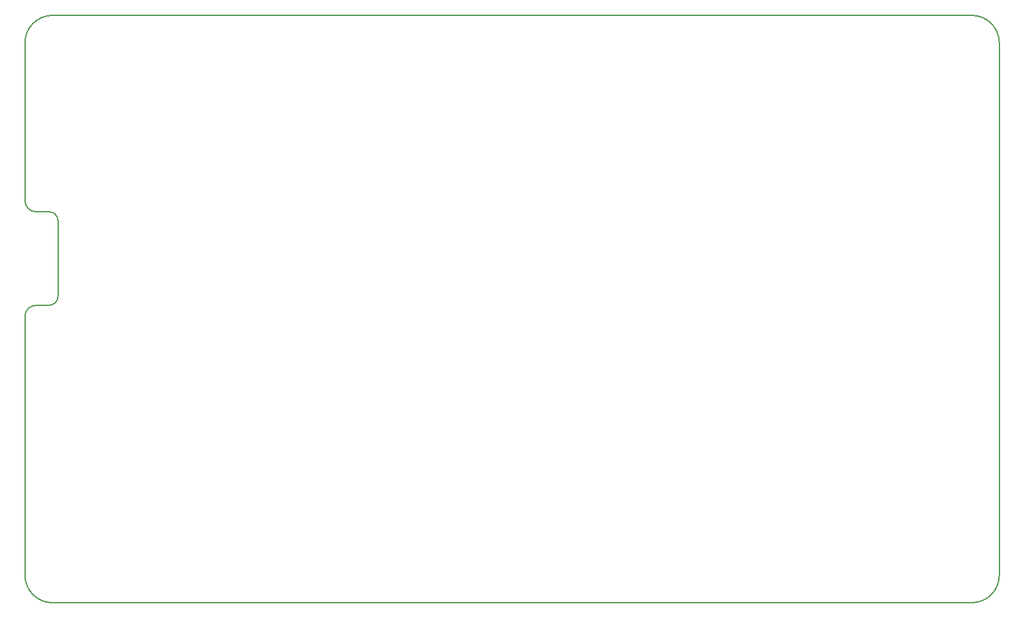
<source format=gbr>
G04 #@! TF.GenerationSoftware,KiCad,Pcbnew,(5.0.0)*
G04 #@! TF.CreationDate,2018-12-02T19:46:24+01:00*
G04 #@! TF.ProjectId,Nightmare V2,4E696768746D6172652056322E6B6963,rev?*
G04 #@! TF.SameCoordinates,Original*
G04 #@! TF.FileFunction,Profile,NP*
%FSLAX46Y46*%
G04 Gerber Fmt 4.6, Leading zero omitted, Abs format (unit mm)*
G04 Created by KiCad (PCBNEW (5.0.0)) date 12/02/18 19:46:24*
%MOMM*%
%LPD*%
G01*
G04 APERTURE LIST*
%ADD10C,0.150000*%
G04 APERTURE END LIST*
D10*
X105410000Y-75946000D02*
X105410000Y-111760000D01*
X105410000Y-59944000D02*
X105410000Y-38100000D01*
X105410000Y-75946000D02*
G75*
G02X106934000Y-74422000I1524000J0D01*
G01*
X109982000Y-73152000D02*
G75*
G02X108712000Y-74422000I-1270000J0D01*
G01*
X108712000Y-61468000D02*
G75*
G02X109982000Y-62738000I0J-1270000D01*
G01*
X106934000Y-61468000D02*
G75*
G02X105410000Y-59944000I0J1524000D01*
G01*
X108712000Y-61468000D02*
X106934000Y-61468000D01*
X109982000Y-73152000D02*
X109982000Y-62738000D01*
X106934000Y-74422000D02*
X108712000Y-74422000D01*
X109220000Y-115570000D02*
G75*
G02X105410000Y-111760000I0J3810000D01*
G01*
X240030000Y-111760000D02*
G75*
G02X236220000Y-115570000I-3810000J0D01*
G01*
X236220000Y-34290000D02*
G75*
G02X240030000Y-38100000I0J-3810000D01*
G01*
X105410000Y-38100000D02*
G75*
G02X109220000Y-34290000I3810000J0D01*
G01*
X236220000Y-115570000D02*
X109220000Y-115570000D01*
X240030000Y-38100000D02*
X240030000Y-111760000D01*
X109220000Y-34290000D02*
X236220000Y-34290000D01*
M02*

</source>
